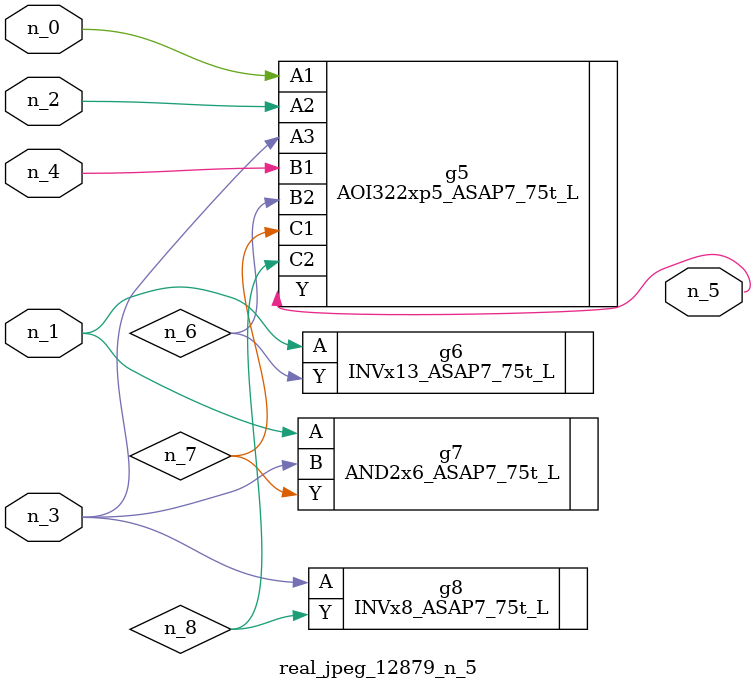
<source format=v>
module real_jpeg_12879_n_5 (n_4, n_0, n_1, n_2, n_3, n_5);

input n_4;
input n_0;
input n_1;
input n_2;
input n_3;

output n_5;

wire n_8;
wire n_6;
wire n_7;

AOI322xp5_ASAP7_75t_L g5 ( 
.A1(n_0),
.A2(n_2),
.A3(n_3),
.B1(n_4),
.B2(n_6),
.C1(n_7),
.C2(n_8),
.Y(n_5)
);

INVx13_ASAP7_75t_L g6 ( 
.A(n_1),
.Y(n_6)
);

AND2x6_ASAP7_75t_L g7 ( 
.A(n_1),
.B(n_3),
.Y(n_7)
);

INVx8_ASAP7_75t_L g8 ( 
.A(n_3),
.Y(n_8)
);


endmodule
</source>
